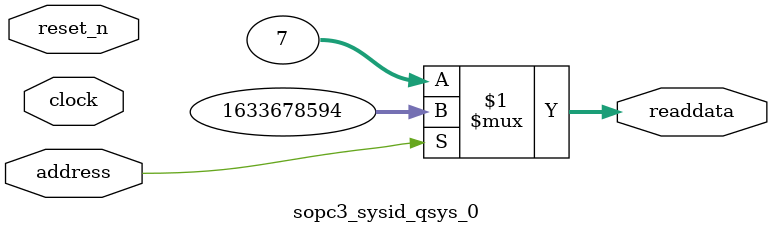
<source format=v>



// synthesis translate_off
`timescale 1ns / 1ps
// synthesis translate_on

// turn off superfluous verilog processor warnings 
// altera message_level Level1 
// altera message_off 10034 10035 10036 10037 10230 10240 10030 

module sopc3_sysid_qsys_0 (
               // inputs:
                address,
                clock,
                reset_n,

               // outputs:
                readdata
             )
;

  output  [ 31: 0] readdata;
  input            address;
  input            clock;
  input            reset_n;

  wire    [ 31: 0] readdata;
  //control_slave, which is an e_avalon_slave
  assign readdata = address ? 1633678594 : 7;

endmodule



</source>
